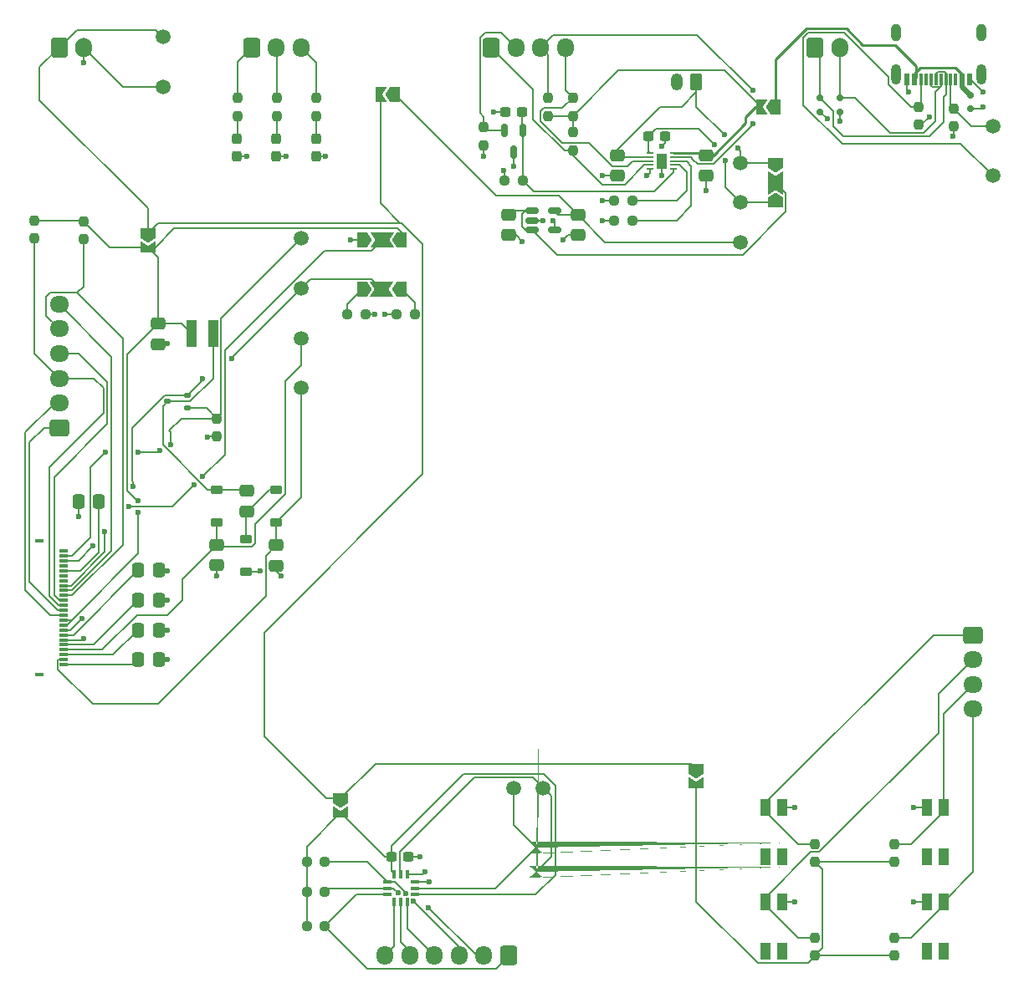
<source format=gtl>
G04 #@! TF.GenerationSoftware,KiCad,Pcbnew,8.0.2*
G04 #@! TF.CreationDate,2025-01-09T20:18:12-07:00*
G04 #@! TF.ProjectId,kicad,6b696361-642e-46b6-9963-61645f706362,3*
G04 #@! TF.SameCoordinates,Original*
G04 #@! TF.FileFunction,Copper,L1,Top*
G04 #@! TF.FilePolarity,Positive*
%FSLAX46Y46*%
G04 Gerber Fmt 4.6, Leading zero omitted, Abs format (unit mm)*
G04 Created by KiCad (PCBNEW 8.0.2) date 2025-01-09 20:18:12*
%MOMM*%
%LPD*%
G01*
G04 APERTURE LIST*
G04 Aperture macros list*
%AMRoundRect*
0 Rectangle with rounded corners*
0 $1 Rounding radius*
0 $2 $3 $4 $5 $6 $7 $8 $9 X,Y pos of 4 corners*
0 Add a 4 corners polygon primitive as box body*
4,1,4,$2,$3,$4,$5,$6,$7,$8,$9,$2,$3,0*
0 Add four circle primitives for the rounded corners*
1,1,$1+$1,$2,$3*
1,1,$1+$1,$4,$5*
1,1,$1+$1,$6,$7*
1,1,$1+$1,$8,$9*
0 Add four rect primitives between the rounded corners*
20,1,$1+$1,$2,$3,$4,$5,0*
20,1,$1+$1,$4,$5,$6,$7,0*
20,1,$1+$1,$6,$7,$8,$9,0*
20,1,$1+$1,$8,$9,$2,$3,0*%
%AMFreePoly0*
4,1,6,1.000000,0.000000,0.500000,-0.750000,-0.500000,-0.750000,-0.500000,0.750000,0.500000,0.750000,1.000000,0.000000,1.000000,0.000000,$1*%
%AMFreePoly1*
4,1,7,0.700000,0.000000,1.200000,-0.750000,-1.200000,-0.750000,-0.700000,0.000000,-1.200000,0.750000,1.200000,0.750000,0.700000,0.000000,0.700000,0.000000,$1*%
%AMFreePoly2*
4,1,6,0.500000,-0.750000,-0.650000,-0.750000,-0.150000,0.000000,-0.650000,0.750000,0.500000,0.750000,0.500000,-0.750000,0.500000,-0.750000,$1*%
%AMFreePoly3*
4,1,165,-0.066464,0.578536,-0.065000,0.575000,-0.065000,0.507308,-0.064050,0.499707,-0.063050,0.492707,-0.063039,0.492620,-0.062077,0.484926,-0.060170,0.477297,-0.058247,0.470567,-0.055358,0.462862,-0.052404,0.455970,-0.049515,0.449229,-0.045659,0.442481,-0.041877,0.435862,-0.037159,0.430201,-0.036840,0.429774,-0.033116,0.424188,-0.027464,0.418536,-0.027159,0.418201,-0.022449,0.412550,
-0.016799,0.407841,-0.016464,0.407536,-0.010812,0.401884,-0.005226,0.398160,-0.004799,0.397841,0.000862,0.393122,0.007481,0.389341,0.014229,0.385485,0.020970,0.382596,0.027862,0.379642,0.035567,0.376752,0.042297,0.374830,0.049926,0.372922,0.057620,0.371961,0.057707,0.371950,0.064700,0.370951,0.072308,0.370000,0.137692,0.370000,0.145300,0.370951,0.152293,0.371950,
0.152380,0.371961,0.160074,0.372922,0.167703,0.374830,0.174432,0.376752,0.182137,0.379642,0.189030,0.382596,0.195771,0.385485,0.202519,0.389341,0.209137,0.393122,0.214799,0.397841,0.215226,0.398160,0.220812,0.401884,0.226464,0.407536,0.226799,0.407841,0.232449,0.412550,0.237159,0.418201,0.237464,0.418536,0.243116,0.424188,0.246840,0.429774,0.247159,0.430201,
0.251877,0.435862,0.255659,0.442481,0.259515,0.449229,0.262404,0.455970,0.265358,0.462862,0.268247,0.470567,0.270170,0.477297,0.272077,0.484926,0.273039,0.492620,0.273050,0.492707,0.274050,0.499707,0.275000,0.507308,0.275000,0.575000,0.276464,0.578536,0.280000,0.580000,1.220000,0.580000,1.223536,0.578536,1.225000,0.575000,1.225000,-0.575000,1.223536,-0.578536,
1.220000,-0.580000,0.280000,-0.580000,0.276464,-0.578536,0.275000,-0.575000,0.275000,-0.507308,0.274050,-0.499707,0.273050,-0.492707,0.273039,-0.492620,0.272077,-0.484926,0.270170,-0.477297,0.268247,-0.470567,0.265358,-0.462862,0.262404,-0.455970,0.259515,-0.449229,0.255659,-0.442481,0.251877,-0.435862,0.247159,-0.430201,0.246840,-0.429774,0.243116,-0.424188,0.237464,-0.418536,
0.237159,-0.418201,0.232449,-0.412550,0.226799,-0.407841,0.226464,-0.407536,0.220812,-0.401884,0.215226,-0.398160,0.214799,-0.397841,0.209137,-0.393122,0.202519,-0.389341,0.195771,-0.385485,0.189030,-0.382596,0.182137,-0.379642,0.174432,-0.376752,0.167703,-0.374830,0.160074,-0.372922,0.152380,-0.371961,0.152293,-0.371950,0.145300,-0.370951,0.137692,-0.370000,0.072308,-0.370000,
0.064700,-0.370951,0.057707,-0.371950,0.057620,-0.371961,0.049926,-0.372922,0.042297,-0.374830,0.035567,-0.376752,0.027862,-0.379642,0.020970,-0.382596,0.014229,-0.385485,0.007481,-0.389341,0.000862,-0.393122,-0.004799,-0.397841,-0.005226,-0.398160,-0.010812,-0.401884,-0.016464,-0.407536,-0.016799,-0.407841,-0.022449,-0.412550,-0.027159,-0.418201,-0.027464,-0.418536,-0.033116,-0.424188,
-0.036840,-0.429774,-0.037159,-0.430201,-0.041877,-0.435862,-0.045659,-0.442481,-0.049515,-0.449229,-0.052404,-0.455970,-0.055358,-0.462862,-0.058247,-0.470567,-0.060170,-0.477297,-0.062077,-0.484926,-0.063039,-0.492620,-0.063050,-0.492707,-0.064050,-0.499707,-0.065000,-0.507308,-0.065000,-0.575000,-0.066464,-0.578536,-0.070000,-0.580000,-1.220000,-0.580000,-1.223536,-0.578536,-1.225000,-0.575000,
-1.225000,0.575000,-1.223536,0.578536,-1.220000,0.580000,-0.070000,0.580000,-0.066464,0.578536,-0.066464,0.578536,$1*%
G04 Aperture macros list end*
G04 #@! TA.AperFunction,SMDPad,CuDef*
%ADD10R,1.000000X1.800000*%
G04 #@! TD*
G04 #@! TA.AperFunction,SMDPad,CuDef*
%ADD11R,0.990600X2.692400*%
G04 #@! TD*
G04 #@! TA.AperFunction,SMDPad,CuDef*
%ADD12RoundRect,0.237500X0.237500X-0.287500X0.237500X0.287500X-0.237500X0.287500X-0.237500X-0.287500X0*%
G04 #@! TD*
G04 #@! TA.AperFunction,SMDPad,CuDef*
%ADD13C,1.500000*%
G04 #@! TD*
G04 #@! TA.AperFunction,SMDPad,CuDef*
%ADD14RoundRect,0.237500X0.250000X0.237500X-0.250000X0.237500X-0.250000X-0.237500X0.250000X-0.237500X0*%
G04 #@! TD*
G04 #@! TA.AperFunction,SMDPad,CuDef*
%ADD15RoundRect,0.150000X0.200000X-0.150000X0.200000X0.150000X-0.200000X0.150000X-0.200000X-0.150000X0*%
G04 #@! TD*
G04 #@! TA.AperFunction,SMDPad,CuDef*
%ADD16R,0.600000X1.150000*%
G04 #@! TD*
G04 #@! TA.AperFunction,SMDPad,CuDef*
%ADD17R,0.300000X1.150000*%
G04 #@! TD*
G04 #@! TA.AperFunction,ComponentPad*
%ADD18O,1.000000X2.100000*%
G04 #@! TD*
G04 #@! TA.AperFunction,ComponentPad*
%ADD19O,1.000000X1.800000*%
G04 #@! TD*
G04 #@! TA.AperFunction,SMDPad,CuDef*
%ADD20RoundRect,0.237500X-0.237500X0.250000X-0.237500X-0.250000X0.237500X-0.250000X0.237500X0.250000X0*%
G04 #@! TD*
G04 #@! TA.AperFunction,ComponentPad*
%ADD21RoundRect,0.250000X0.350000X0.625000X-0.350000X0.625000X-0.350000X-0.625000X0.350000X-0.625000X0*%
G04 #@! TD*
G04 #@! TA.AperFunction,ComponentPad*
%ADD22O,1.200000X1.750000*%
G04 #@! TD*
G04 #@! TA.AperFunction,SMDPad,CuDef*
%ADD23FreePoly0,90.000000*%
G04 #@! TD*
G04 #@! TA.AperFunction,SMDPad,CuDef*
%ADD24FreePoly1,90.000000*%
G04 #@! TD*
G04 #@! TA.AperFunction,SMDPad,CuDef*
%ADD25FreePoly0,270.000000*%
G04 #@! TD*
G04 #@! TA.AperFunction,SMDPad,CuDef*
%ADD26FreePoly2,270.000000*%
G04 #@! TD*
G04 #@! TA.AperFunction,SMDPad,CuDef*
%ADD27RoundRect,0.250000X-0.475000X0.337500X-0.475000X-0.337500X0.475000X-0.337500X0.475000X0.337500X0*%
G04 #@! TD*
G04 #@! TA.AperFunction,SMDPad,CuDef*
%ADD28RoundRect,0.225000X0.375000X-0.225000X0.375000X0.225000X-0.375000X0.225000X-0.375000X-0.225000X0*%
G04 #@! TD*
G04 #@! TA.AperFunction,SMDPad,CuDef*
%ADD29RoundRect,0.225000X-0.375000X0.225000X-0.375000X-0.225000X0.375000X-0.225000X0.375000X0.225000X0*%
G04 #@! TD*
G04 #@! TA.AperFunction,ComponentPad*
%ADD30RoundRect,0.250000X-0.600000X-0.725000X0.600000X-0.725000X0.600000X0.725000X-0.600000X0.725000X0*%
G04 #@! TD*
G04 #@! TA.AperFunction,ComponentPad*
%ADD31O,1.700000X1.950000*%
G04 #@! TD*
G04 #@! TA.AperFunction,SMDPad,CuDef*
%ADD32RoundRect,0.250000X0.337500X0.475000X-0.337500X0.475000X-0.337500X-0.475000X0.337500X-0.475000X0*%
G04 #@! TD*
G04 #@! TA.AperFunction,SMDPad,CuDef*
%ADD33FreePoly0,0.000000*%
G04 #@! TD*
G04 #@! TA.AperFunction,SMDPad,CuDef*
%ADD34FreePoly1,0.000000*%
G04 #@! TD*
G04 #@! TA.AperFunction,SMDPad,CuDef*
%ADD35FreePoly0,180.000000*%
G04 #@! TD*
G04 #@! TA.AperFunction,ComponentPad*
%ADD36RoundRect,0.250000X0.725000X-0.600000X0.725000X0.600000X-0.725000X0.600000X-0.725000X-0.600000X0*%
G04 #@! TD*
G04 #@! TA.AperFunction,ComponentPad*
%ADD37O,1.950000X1.700000*%
G04 #@! TD*
G04 #@! TA.AperFunction,ComponentPad*
%ADD38RoundRect,0.250000X-0.600000X-0.750000X0.600000X-0.750000X0.600000X0.750000X-0.600000X0.750000X0*%
G04 #@! TD*
G04 #@! TA.AperFunction,ComponentPad*
%ADD39O,1.700000X2.000000*%
G04 #@! TD*
G04 #@! TA.AperFunction,SMDPad,CuDef*
%ADD40RoundRect,0.237500X-0.250000X-0.237500X0.250000X-0.237500X0.250000X0.237500X-0.250000X0.237500X0*%
G04 #@! TD*
G04 #@! TA.AperFunction,SMDPad,CuDef*
%ADD41R,0.350000X0.950000*%
G04 #@! TD*
G04 #@! TA.AperFunction,SMDPad,CuDef*
%ADD42R,0.950000X0.350000*%
G04 #@! TD*
G04 #@! TA.AperFunction,SMDPad,CuDef*
%ADD43RoundRect,0.237500X0.237500X-0.250000X0.237500X0.250000X-0.237500X0.250000X-0.237500X-0.250000X0*%
G04 #@! TD*
G04 #@! TA.AperFunction,SMDPad,CuDef*
%ADD44RoundRect,0.150000X-0.512500X-0.150000X0.512500X-0.150000X0.512500X0.150000X-0.512500X0.150000X0*%
G04 #@! TD*
G04 #@! TA.AperFunction,SMDPad,CuDef*
%ADD45FreePoly2,180.000000*%
G04 #@! TD*
G04 #@! TA.AperFunction,ComponentPad*
%ADD46RoundRect,0.250000X0.600000X0.725000X-0.600000X0.725000X-0.600000X-0.725000X0.600000X-0.725000X0*%
G04 #@! TD*
G04 #@! TA.AperFunction,SMDPad,CuDef*
%ADD47FreePoly3,0.000000*%
G04 #@! TD*
G04 #@! TA.AperFunction,ComponentPad*
%ADD48RoundRect,0.250000X-0.725000X0.600000X-0.725000X-0.600000X0.725000X-0.600000X0.725000X0.600000X0*%
G04 #@! TD*
G04 #@! TA.AperFunction,SMDPad,CuDef*
%ADD49RoundRect,0.112500X0.237500X-0.112500X0.237500X0.112500X-0.237500X0.112500X-0.237500X-0.112500X0*%
G04 #@! TD*
G04 #@! TA.AperFunction,SMDPad,CuDef*
%ADD50RoundRect,0.250000X-0.337500X-0.475000X0.337500X-0.475000X0.337500X0.475000X-0.337500X0.475000X0*%
G04 #@! TD*
G04 #@! TA.AperFunction,SMDPad,CuDef*
%ADD51RoundRect,0.250000X0.475000X-0.337500X0.475000X0.337500X-0.475000X0.337500X-0.475000X-0.337500X0*%
G04 #@! TD*
G04 #@! TA.AperFunction,SMDPad,CuDef*
%ADD52RoundRect,0.237500X-0.300000X-0.237500X0.300000X-0.237500X0.300000X0.237500X-0.300000X0.237500X0*%
G04 #@! TD*
G04 #@! TA.AperFunction,SMDPad,CuDef*
%ADD53R,0.762000X0.203200*%
G04 #@! TD*
G04 #@! TA.AperFunction,SMDPad,CuDef*
%ADD54R,0.990600X1.600200*%
G04 #@! TD*
G04 #@! TA.AperFunction,SMDPad,CuDef*
%ADD55R,0.812800X0.330200*%
G04 #@! TD*
G04 #@! TA.AperFunction,SMDPad,CuDef*
%ADD56R,0.812800X0.406400*%
G04 #@! TD*
G04 #@! TA.AperFunction,SMDPad,CuDef*
%ADD57RoundRect,0.150000X-0.150000X0.512500X-0.150000X-0.512500X0.150000X-0.512500X0.150000X0.512500X0*%
G04 #@! TD*
G04 #@! TA.AperFunction,SMDPad,CuDef*
%ADD58RoundRect,0.237500X0.300000X0.237500X-0.300000X0.237500X-0.300000X-0.237500X0.300000X-0.237500X0*%
G04 #@! TD*
G04 #@! TA.AperFunction,ViaPad*
%ADD59C,0.600000*%
G04 #@! TD*
G04 #@! TA.AperFunction,Conductor*
%ADD60C,0.200000*%
G04 #@! TD*
G04 #@! TA.AperFunction,Conductor*
%ADD61C,0.250000*%
G04 #@! TD*
G04 #@! TA.AperFunction,Conductor*
%ADD62C,0.500000*%
G04 #@! TD*
G04 APERTURE END LIST*
D10*
X184800000Y-142500000D03*
X184800000Y-137500000D03*
X186500000Y-142500000D03*
X186500000Y-137500000D03*
D11*
X112592200Y-80000000D03*
X110407800Y-80000000D03*
D12*
X115000000Y-62000000D03*
X115000000Y-60250000D03*
D13*
X191500000Y-64000000D03*
D14*
X155000000Y-68500000D03*
X153175000Y-68500000D03*
D15*
X189250000Y-55800000D03*
X189250000Y-57200000D03*
D16*
X189200000Y-54255000D03*
X188400000Y-54255000D03*
D17*
X187250000Y-54255000D03*
X186250000Y-54255000D03*
X185750000Y-54255000D03*
X184750000Y-54255000D03*
D16*
X183600000Y-54255000D03*
X182800000Y-54255000D03*
X182800000Y-54255000D03*
X183600000Y-54255000D03*
D17*
X184250000Y-54255000D03*
X185250000Y-54255000D03*
X186750000Y-54255000D03*
X187750000Y-54255000D03*
D16*
X188400000Y-54255000D03*
X189200000Y-54255000D03*
D18*
X190320000Y-53680000D03*
D19*
X190320000Y-49500000D03*
D18*
X181680000Y-53680000D03*
D19*
X181680000Y-49500000D03*
D20*
X119040000Y-56087500D03*
X119040000Y-57912500D03*
X140000000Y-59087500D03*
X140000000Y-60912500D03*
D21*
X161500000Y-54500000D03*
D22*
X159500000Y-54500000D03*
D23*
X169500000Y-66700000D03*
D24*
X169500000Y-64700000D03*
D25*
X169500000Y-62700000D03*
D13*
X121500000Y-85500000D03*
D25*
X125500000Y-127050000D03*
D26*
X125500000Y-128500000D03*
D15*
X174000000Y-56100000D03*
X174000000Y-57500000D03*
D12*
X123000000Y-62000000D03*
X123000000Y-60250000D03*
D27*
X107000000Y-78962500D03*
X107000000Y-81037500D03*
D28*
X113000000Y-99075000D03*
X113000000Y-95775000D03*
D20*
X94500000Y-68500000D03*
X94500000Y-70325000D03*
X184000000Y-57000000D03*
X184000000Y-58825000D03*
D29*
X119000000Y-95775000D03*
X119000000Y-99075000D03*
D30*
X116500000Y-51000000D03*
D31*
X119000000Y-51000000D03*
X121500000Y-51000000D03*
D32*
X107075000Y-113000000D03*
X105000000Y-113000000D03*
D14*
X133000000Y-78000000D03*
X131175000Y-78000000D03*
D32*
X107075000Y-106980000D03*
X105000000Y-106980000D03*
D33*
X127700000Y-70500000D03*
D34*
X129700000Y-70500000D03*
D35*
X131700000Y-70500000D03*
D13*
X146000000Y-126000000D03*
D20*
X187510000Y-57175000D03*
X187510000Y-59000000D03*
D27*
X149500000Y-67925000D03*
X149500000Y-70000000D03*
D13*
X107500000Y-55000000D03*
D32*
X107075000Y-109990000D03*
X105000000Y-109990000D03*
D36*
X97000000Y-89500000D03*
D37*
X97000000Y-87000000D03*
X97000000Y-84500000D03*
X97000000Y-82000000D03*
X97000000Y-79500000D03*
X97000000Y-77000000D03*
D38*
X97000000Y-51000000D03*
D39*
X99500000Y-51000000D03*
D13*
X166000000Y-66700000D03*
X107500000Y-49950000D03*
X166000000Y-70700000D03*
X191500000Y-59000000D03*
X166000000Y-62700000D03*
D40*
X122087500Y-133500000D03*
X123912500Y-133500000D03*
D14*
X155000000Y-66490000D03*
X153175000Y-66490000D03*
D41*
X130950000Y-137550000D03*
X131600000Y-137550000D03*
X132250000Y-137550000D03*
D42*
X133000000Y-136800000D03*
X133000000Y-136150000D03*
X133000000Y-135500000D03*
D41*
X132250000Y-134750000D03*
X131600000Y-134750000D03*
X130950000Y-134750000D03*
D42*
X130200000Y-135500000D03*
X130200000Y-136150000D03*
X130200000Y-136800000D03*
D43*
X173500000Y-143000000D03*
X173500000Y-141175000D03*
D27*
X142500000Y-67925000D03*
X142500000Y-70000000D03*
D38*
X173500000Y-50975000D03*
D39*
X176000000Y-50975000D03*
D43*
X181500000Y-143000000D03*
X181500000Y-141175000D03*
D44*
X144862500Y-67550000D03*
X144862500Y-68500000D03*
X144862500Y-69450000D03*
X147137500Y-69450000D03*
X147137500Y-67550000D03*
D43*
X146490000Y-57912500D03*
X146490000Y-56087500D03*
D20*
X99500000Y-68587500D03*
X99500000Y-70412500D03*
D13*
X121500000Y-75400000D03*
D35*
X131000000Y-55750000D03*
D45*
X129550000Y-55750000D03*
D13*
X143000000Y-126000000D03*
D46*
X142500000Y-143000000D03*
D31*
X140000000Y-143000000D03*
X137500000Y-143000000D03*
X135000000Y-143000000D03*
X132500000Y-143000000D03*
X130000000Y-143000000D03*
D33*
X127675000Y-75500000D03*
D34*
X129675000Y-75500000D03*
D35*
X131675000Y-75500000D03*
D40*
X122087500Y-140000000D03*
X123912500Y-140000000D03*
D28*
X115925000Y-104075000D03*
X115925000Y-100775000D03*
D47*
X145290000Y-132000000D03*
D10*
X184800000Y-133000000D03*
X184800000Y-128000000D03*
X186500000Y-133000000D03*
X186500000Y-128000000D03*
D27*
X116000000Y-95925000D03*
X116000000Y-98000000D03*
D48*
X189500000Y-110500000D03*
D37*
X189500000Y-113000000D03*
X189500000Y-115500000D03*
X189500000Y-118000000D03*
D20*
X123040000Y-56087500D03*
X123040000Y-57912500D03*
D49*
X110000000Y-87500000D03*
X110000000Y-86200000D03*
X108000000Y-86850000D03*
D43*
X181500000Y-133500000D03*
X181500000Y-131675000D03*
D50*
X98962500Y-97000000D03*
X101037500Y-97000000D03*
D51*
X119000000Y-103500000D03*
X119000000Y-101425000D03*
D13*
X121500000Y-80450000D03*
D10*
X170200000Y-128000000D03*
X170200000Y-133000000D03*
X168500000Y-128000000D03*
X168500000Y-133000000D03*
D35*
X169500000Y-57000000D03*
D45*
X168050000Y-57000000D03*
D43*
X149000000Y-57912500D03*
X149000000Y-56087500D03*
D52*
X156637500Y-60000000D03*
X158362500Y-60000000D03*
D25*
X161500000Y-124050000D03*
D26*
X161500000Y-125500000D03*
D30*
X140750000Y-50975000D03*
D31*
X143250000Y-50975000D03*
X145750000Y-50975000D03*
X148250000Y-50975000D03*
D53*
X156818900Y-61699900D03*
X156818900Y-62099950D03*
X156818900Y-62500000D03*
X156818900Y-62900050D03*
X156818900Y-63300100D03*
X159181100Y-63300100D03*
X159181100Y-62900050D03*
X159181100Y-62500000D03*
X159181100Y-62099950D03*
X159181100Y-61699900D03*
D54*
X158000000Y-62500000D03*
D10*
X170200000Y-137500000D03*
X170200000Y-142500000D03*
X168500000Y-137500000D03*
X168500000Y-142500000D03*
D43*
X173500000Y-133500000D03*
X173500000Y-131675000D03*
D20*
X149000000Y-59587500D03*
X149000000Y-61412500D03*
D52*
X130637500Y-133000000D03*
X132362500Y-133000000D03*
D47*
X145290000Y-134500000D03*
D15*
X176000000Y-56100000D03*
X176000000Y-57500000D03*
D13*
X121500000Y-70350000D03*
D20*
X115040000Y-56087500D03*
X115040000Y-57912500D03*
D27*
X153500000Y-61925000D03*
X153500000Y-64000000D03*
D40*
X122087500Y-136500000D03*
X123912500Y-136500000D03*
X126175000Y-78000000D03*
X128000000Y-78000000D03*
D55*
X97500000Y-101999998D03*
X97500000Y-102499999D03*
X97500000Y-102999998D03*
X97500000Y-103500000D03*
X97500000Y-103999999D03*
X97500000Y-104499998D03*
X97500000Y-104999999D03*
X97500000Y-105499998D03*
X97500000Y-106000000D03*
X97500000Y-106499999D03*
X97500000Y-106999998D03*
X97500000Y-107499999D03*
X97500000Y-107999999D03*
X97500000Y-108500000D03*
X97500000Y-108999999D03*
X97500000Y-109499998D03*
X97500000Y-110000000D03*
X97500000Y-110499999D03*
X97500000Y-111000000D03*
X97500000Y-111499999D03*
X97500000Y-111999998D03*
X97500000Y-112500000D03*
X97500000Y-112999999D03*
X97500000Y-113499998D03*
D56*
X95000000Y-101000000D03*
X95000000Y-114499998D03*
D57*
X143950000Y-59362500D03*
X142050000Y-59362500D03*
X143000000Y-61637500D03*
D12*
X119000000Y-62000000D03*
X119000000Y-60250000D03*
D43*
X113000000Y-90412500D03*
X113000000Y-88587500D03*
D25*
X106000000Y-69775000D03*
D26*
X106000000Y-71225000D03*
D32*
X107075000Y-103970000D03*
X105000000Y-103970000D03*
D58*
X143862500Y-57500000D03*
X142137500Y-57500000D03*
D27*
X162500000Y-61925000D03*
X162500000Y-64000000D03*
D51*
X113000000Y-103462500D03*
X113000000Y-101387500D03*
D14*
X143912500Y-64500000D03*
X142087500Y-64500000D03*
D59*
X187500000Y-60000000D03*
X142000000Y-63500000D03*
X148000000Y-70500000D03*
X171500000Y-137500000D03*
X108000000Y-107000000D03*
X99000000Y-98500000D03*
X185056947Y-58045804D03*
X143880459Y-70619541D03*
X129000000Y-78000000D03*
X158000000Y-61000000D03*
X152000000Y-64000000D03*
X141000000Y-57500000D03*
X120000000Y-62000000D03*
X152000000Y-68500000D03*
X108000000Y-113000000D03*
X108000000Y-81000000D03*
X112000000Y-90500000D03*
X124000000Y-62000000D03*
X190500000Y-57000000D03*
X113000000Y-104500000D03*
X183500000Y-137500000D03*
X99500000Y-110899999D03*
X99500000Y-52500000D03*
X133500000Y-133000000D03*
X156500000Y-64000000D03*
X116000000Y-62000000D03*
X140000000Y-62000000D03*
X119500000Y-104500000D03*
X147000000Y-68500000D03*
X108000000Y-104000000D03*
X146000000Y-68500000D03*
X152000000Y-66500000D03*
X134000000Y-134500000D03*
X126500000Y-70500000D03*
X117375000Y-104000000D03*
X171500000Y-128000000D03*
X176000000Y-58500000D03*
X99310735Y-108810735D03*
X174750001Y-58250000D03*
X143000000Y-63000000D03*
X183500000Y-128000000D03*
X183000000Y-55500000D03*
X108000000Y-110000000D03*
X190500000Y-55500000D03*
X162500000Y-65500000D03*
X158000000Y-64000000D03*
X130000000Y-78000000D03*
X134500000Y-135500000D03*
X165685387Y-61185387D03*
X164350735Y-59850735D03*
X105000000Y-98100000D03*
X105000000Y-96900000D03*
X105000000Y-92000000D03*
X108309264Y-91190733D03*
X101700000Y-92000000D03*
X107210735Y-91789263D03*
X111559265Y-94440735D03*
X101637500Y-100000000D03*
X110710736Y-95289264D03*
X104100000Y-97500000D03*
X114500000Y-82500000D03*
X111500000Y-84500000D03*
X100437500Y-101500000D03*
X104500000Y-95500000D03*
X134377274Y-138122726D03*
X131298088Y-136646617D03*
X132124998Y-136674998D03*
X132838349Y-137432330D03*
X167199265Y-55300735D03*
X167199265Y-58699265D03*
X164435387Y-62435386D03*
X163350735Y-60850735D03*
D60*
X170200000Y-128000000D02*
X171500000Y-128000000D01*
X187510000Y-59000000D02*
X187510000Y-59990000D01*
X98962500Y-97000000D02*
X98962500Y-98462500D01*
X107075000Y-106980000D02*
X107980000Y-106980000D01*
X132362500Y-133000000D02*
X133500000Y-133000000D01*
X182800000Y-54255000D02*
X182800000Y-55300000D01*
X142500000Y-70000000D02*
X143260918Y-70000000D01*
X149500000Y-70000000D02*
X148500000Y-70000000D01*
X142137500Y-57500000D02*
X141000000Y-57500000D01*
X184277751Y-58825000D02*
X185056947Y-58045804D01*
X189250000Y-57200000D02*
X190300000Y-57200000D01*
X158362500Y-60637500D02*
X158000000Y-61000000D01*
X107970000Y-103970000D02*
X108000000Y-104000000D01*
X103500000Y-55000000D02*
X99500000Y-51000000D01*
X107075000Y-113000000D02*
X108000000Y-113000000D01*
X143260918Y-70000000D02*
X143880459Y-70619541D01*
X187510000Y-59990000D02*
X187500000Y-60000000D01*
X133750000Y-134750000D02*
X134000000Y-134500000D01*
X142087500Y-64500000D02*
X142087500Y-63587500D01*
X97590014Y-111000000D02*
X99399999Y-111000000D01*
X184000000Y-58825000D02*
X184277751Y-58825000D01*
X133000000Y-135500000D02*
X134500000Y-135500000D01*
X131175000Y-78000000D02*
X130000000Y-78000000D01*
X174000001Y-57500000D02*
X174750001Y-58250000D01*
X156818900Y-63300100D02*
X156818900Y-63681100D01*
X107962500Y-81037500D02*
X108000000Y-81000000D01*
X148500000Y-70000000D02*
X148000000Y-70500000D01*
X162500000Y-64000000D02*
X162500000Y-65500000D01*
X119000000Y-104000000D02*
X119500000Y-104500000D01*
X98121470Y-110000000D02*
X99310735Y-108810735D01*
X174000000Y-57500000D02*
X174000001Y-57500000D01*
X99399999Y-111000000D02*
X99500000Y-110899999D01*
X127700000Y-70500000D02*
X126500000Y-70500000D01*
X140000000Y-60912500D02*
X140000000Y-62000000D01*
X176000000Y-57500000D02*
X176000000Y-58500000D01*
X113000000Y-103462500D02*
X113000000Y-104500000D01*
X143000000Y-61637500D02*
X143000000Y-63000000D01*
X107075000Y-109990000D02*
X107990000Y-109990000D01*
X182800000Y-55300000D02*
X183000000Y-55500000D01*
X147137500Y-69450000D02*
X147137500Y-68637500D01*
X107500000Y-55000000D02*
X103500000Y-55000000D01*
X107980000Y-106980000D02*
X108000000Y-107000000D01*
X147137500Y-68637500D02*
X147000000Y-68500000D01*
X117300000Y-104075000D02*
X117375000Y-104000000D01*
X97590014Y-110000000D02*
X98121470Y-110000000D01*
X152010000Y-66490000D02*
X152000000Y-66500000D01*
X170200000Y-137500000D02*
X171500000Y-137500000D01*
X132250000Y-134750000D02*
X133750000Y-134750000D01*
X99500000Y-51000000D02*
X99500000Y-52500000D01*
X158362500Y-60000000D02*
X158362500Y-60637500D01*
X113000000Y-90412500D02*
X112087500Y-90412500D01*
X184800000Y-128000000D02*
X183500000Y-128000000D01*
X107990000Y-109990000D02*
X108000000Y-110000000D01*
X153500000Y-64000000D02*
X152000000Y-64000000D01*
X153175000Y-68500000D02*
X152000000Y-68500000D01*
X156818900Y-63681100D02*
X156500000Y-64000000D01*
X190300000Y-57200000D02*
X190500000Y-57000000D01*
X144862500Y-68500000D02*
X146000000Y-68500000D01*
X189255000Y-54255000D02*
X190500000Y-55500000D01*
X123000000Y-62000000D02*
X124000000Y-62000000D01*
X119000000Y-62000000D02*
X120000000Y-62000000D01*
X119000000Y-103500000D02*
X119000000Y-104000000D01*
X189200000Y-54255000D02*
X189255000Y-54255000D01*
X107075000Y-103970000D02*
X107970000Y-103970000D01*
X112087500Y-90412500D02*
X112000000Y-90500000D01*
X153175000Y-66490000D02*
X152010000Y-66490000D01*
X98962500Y-98462500D02*
X99000000Y-98500000D01*
X158000000Y-62500000D02*
X158000000Y-64000000D01*
X128000000Y-78000000D02*
X129000000Y-78000000D01*
X184800000Y-137500000D02*
X183500000Y-137500000D01*
X107000000Y-81037500D02*
X107962500Y-81037500D01*
X115000000Y-62000000D02*
X116000000Y-62000000D01*
X142087500Y-63587500D02*
X142000000Y-63500000D01*
X115925000Y-104075000D02*
X117300000Y-104075000D01*
D61*
X166500000Y-58650000D02*
X166500000Y-58000000D01*
X162500000Y-61925000D02*
X163225000Y-61925000D01*
X167500000Y-57000000D02*
X168050000Y-57000000D01*
D60*
X153587500Y-53325000D02*
X164375000Y-53325000D01*
X146490000Y-57912500D02*
X149000000Y-57912500D01*
X149000000Y-57912500D02*
X149000000Y-59587500D01*
X149000000Y-57912500D02*
X153587500Y-53325000D01*
D61*
X162500000Y-61925000D02*
X162249950Y-61674950D01*
X166500000Y-58000000D02*
X167500000Y-57000000D01*
X162249950Y-61674950D02*
X159181100Y-61674950D01*
X163225000Y-61925000D02*
X166500000Y-58650000D01*
D60*
X164375000Y-53325000D02*
X168050000Y-57000000D01*
X153674950Y-62099950D02*
X156818900Y-62099950D01*
X157837500Y-57000000D02*
X160000000Y-57000000D01*
X161500000Y-57000000D02*
X161500000Y-54500000D01*
X153500000Y-61925000D02*
X153674950Y-62099950D01*
X161500000Y-55500000D02*
X161500000Y-54500000D01*
X153500000Y-61337500D02*
X157837500Y-57000000D01*
X166000000Y-62700000D02*
X166000000Y-61500000D01*
X160000000Y-57000000D02*
X161500000Y-55500000D01*
X164350735Y-59850735D02*
X161500000Y-57000000D01*
X153500000Y-61925000D02*
X153500000Y-61337500D01*
X166000000Y-61500000D02*
X165685387Y-61185387D01*
X166000000Y-62700000D02*
X169500000Y-62700000D01*
X147412500Y-72000000D02*
X144862500Y-69450000D01*
X169500000Y-64700000D02*
X170555000Y-65755000D01*
X142875000Y-67550000D02*
X144862500Y-67550000D01*
X170555000Y-67629925D02*
X166184925Y-72000000D01*
X143900000Y-67850001D02*
X143900000Y-69149999D01*
X144200001Y-67550000D02*
X143900000Y-67850001D01*
X144862500Y-67550000D02*
X144200001Y-67550000D01*
X143900000Y-69149999D02*
X144200001Y-69450000D01*
X142500000Y-67925000D02*
X142875000Y-67550000D01*
X170555000Y-65755000D02*
X170555000Y-67629925D01*
X144200001Y-69450000D02*
X144862500Y-69450000D01*
X166184925Y-72000000D02*
X147412500Y-72000000D01*
X147512500Y-67925000D02*
X147137500Y-67550000D01*
X152275000Y-70700000D02*
X149500000Y-67925000D01*
X149500000Y-67925000D02*
X147512500Y-67925000D01*
X131000000Y-55750000D02*
X141250000Y-66000000D01*
X166000000Y-70700000D02*
X152275000Y-70700000D01*
X147575000Y-66000000D02*
X149500000Y-67925000D01*
X141250000Y-66000000D02*
X147575000Y-66000000D01*
X103900000Y-82062500D02*
X107000000Y-78962500D01*
X105000000Y-96900000D02*
X104900000Y-96900000D01*
X105000000Y-102272941D02*
X105000000Y-98100000D01*
X109370300Y-78962500D02*
X110407800Y-80000000D01*
X98272943Y-108999999D02*
X98636471Y-108636471D01*
X97590014Y-109499998D02*
X97772943Y-109499998D01*
X131700000Y-70500000D02*
X131700000Y-69745000D01*
X97772943Y-109499998D02*
X98636471Y-108636471D01*
X94500000Y-68500000D02*
X99412500Y-68500000D01*
X131700000Y-69745000D02*
X131255000Y-69300000D01*
X106755000Y-71225000D02*
X106000000Y-71225000D01*
X97590014Y-108999999D02*
X98272943Y-108999999D01*
X103900000Y-95900000D02*
X103900000Y-82062500D01*
X131255000Y-69300000D02*
X108680000Y-69300000D01*
X107000000Y-72225000D02*
X106000000Y-71225000D01*
X99500000Y-68587500D02*
X102137500Y-71225000D01*
X99412500Y-68500000D02*
X99500000Y-68587500D01*
X98636471Y-108636471D02*
X105000000Y-102272941D01*
X107000000Y-78962500D02*
X107000000Y-72225000D01*
X108680000Y-69300000D02*
X106755000Y-71225000D01*
X107000000Y-78962500D02*
X109370300Y-78962500D01*
X104900000Y-96900000D02*
X103900000Y-95900000D01*
X102137500Y-71225000D02*
X106000000Y-71225000D01*
X113137500Y-101525000D02*
X113000000Y-101387500D01*
X108000000Y-108500000D02*
X104892756Y-108500000D01*
X101392758Y-111999998D02*
X97590014Y-111999998D01*
X109500000Y-107000000D02*
X108000000Y-108500000D01*
X121500000Y-80450000D02*
X121500000Y-83166722D01*
X119900000Y-84766722D02*
X119900000Y-96223696D01*
X104892756Y-108500000D02*
X101392758Y-111999998D01*
X116825000Y-101223696D02*
X116523696Y-101525000D01*
X116523696Y-101525000D02*
X113137500Y-101525000D01*
X121500000Y-83166722D02*
X119900000Y-84766722D01*
X109500000Y-104887500D02*
X109500000Y-107000000D01*
X116825000Y-99298696D02*
X116825000Y-101223696D01*
X119900000Y-96223696D02*
X116825000Y-99298696D01*
X113000000Y-99075000D02*
X113000000Y-101387500D01*
X113000000Y-101387500D02*
X109500000Y-104887500D01*
X107500000Y-91229998D02*
X107500000Y-87350000D01*
X108000000Y-86850000D02*
X110286480Y-86850000D01*
X112045002Y-95775000D02*
X107500000Y-91229998D01*
X112592200Y-84544280D02*
X112592200Y-80000000D01*
X110286480Y-86850000D02*
X112592200Y-84544280D01*
X113000000Y-95775000D02*
X112045002Y-95775000D01*
X107500000Y-87350000D02*
X108000000Y-86850000D01*
X115850000Y-95775000D02*
X116000000Y-95925000D01*
X113000000Y-95775000D02*
X115850000Y-95775000D01*
X116000000Y-98000000D02*
X116075000Y-98000000D01*
X115925000Y-98075000D02*
X116000000Y-98000000D01*
X116075000Y-98000000D02*
X118300000Y-95775000D01*
X115925000Y-100775000D02*
X115925000Y-98075000D01*
X118300000Y-95775000D02*
X119000000Y-95775000D01*
X107000000Y-117500000D02*
X117975000Y-106525000D01*
X97590014Y-112999999D02*
X96970914Y-112999999D01*
X119000000Y-101425000D02*
X119000000Y-99075000D01*
X96970914Y-112999999D02*
X96870914Y-113099999D01*
X121500000Y-96575000D02*
X119000000Y-99075000D01*
X100393116Y-117500000D02*
X107000000Y-117500000D01*
X117975000Y-102450000D02*
X119000000Y-101425000D01*
X96870914Y-113977798D02*
X100393116Y-117500000D01*
X117975000Y-106525000D02*
X117975000Y-102450000D01*
X96870914Y-113099999D02*
X96870914Y-113977798D01*
X121500000Y-85500000D02*
X121500000Y-96575000D01*
X105000000Y-103970000D02*
X98470001Y-110499999D01*
X98470001Y-110499999D02*
X97590014Y-110499999D01*
X100480001Y-111499999D02*
X97590014Y-111499999D01*
X105000000Y-106980000D02*
X100480001Y-111499999D01*
X102490000Y-112500000D02*
X97590014Y-112500000D01*
X105000000Y-109990000D02*
X102490000Y-112500000D01*
X105000000Y-113000000D02*
X104500002Y-113499998D01*
X104500002Y-113499998D02*
X97590014Y-113499998D01*
X101037500Y-97000000D02*
X101037500Y-102118040D01*
X99155541Y-103999999D02*
X97590014Y-103999999D01*
X101037500Y-102118040D02*
X99155541Y-103999999D01*
X147225000Y-125740075D02*
X146034925Y-124550000D01*
X122087500Y-131912500D02*
X125500000Y-128500000D01*
X130637500Y-133000000D02*
X130637500Y-134437500D01*
X130637500Y-134437500D02*
X130950000Y-134750000D01*
X122087500Y-140000000D02*
X122087500Y-131912500D01*
X130000000Y-133000000D02*
X125500000Y-128500000D01*
X145229938Y-136800000D02*
X147225000Y-134804938D01*
X130637500Y-131862500D02*
X130637500Y-133000000D01*
X130637500Y-133000000D02*
X130000000Y-133000000D01*
X133000000Y-136800000D02*
X145229938Y-136800000D01*
X146034925Y-124550000D02*
X137950000Y-124550000D01*
X122087500Y-140000000D02*
X122087500Y-136500000D01*
X147225000Y-134804938D02*
X147225000Y-125740075D01*
X122087500Y-140000000D02*
X122087500Y-133500000D01*
X137950000Y-124550000D02*
X130637500Y-131862500D01*
X115040000Y-57912500D02*
X115040000Y-60210000D01*
X115040000Y-60210000D02*
X115000000Y-60250000D01*
X119040000Y-57912500D02*
X119040000Y-60210000D01*
X119040000Y-60210000D02*
X119000000Y-60250000D01*
X123040000Y-60210000D02*
X123000000Y-60250000D01*
X123040000Y-57912500D02*
X123040000Y-60210000D01*
D61*
X176676041Y-49075000D02*
X172664215Y-49075000D01*
X183760000Y-52910761D02*
X181599239Y-50750000D01*
X183600000Y-54255000D02*
X183760000Y-54095000D01*
X188400000Y-53730000D02*
X188400000Y-54255000D01*
X169500000Y-52239215D02*
X169500000Y-57000000D01*
X178351041Y-50750000D02*
X176676041Y-49075000D01*
X183600000Y-53650000D02*
X184195000Y-53055000D01*
X172664215Y-49075000D02*
X169500000Y-52239215D01*
X183600000Y-54255000D02*
X183600000Y-53650000D01*
D62*
X188400000Y-54950000D02*
X188400000Y-54255000D01*
D61*
X184195000Y-53055000D02*
X187725000Y-53055000D01*
X183760000Y-54095000D02*
X183760000Y-52910761D01*
X187725000Y-53055000D02*
X188400000Y-53730000D01*
X181599239Y-50750000D02*
X178351041Y-50750000D01*
D62*
X189250000Y-55800000D02*
X188400000Y-54950000D01*
D60*
X185400000Y-55030000D02*
X186100000Y-55030000D01*
X185656947Y-55473053D02*
X185656947Y-58422275D01*
X185656947Y-58422275D02*
X184466722Y-59612500D01*
X176000000Y-50975000D02*
X176000000Y-56100000D01*
X186250000Y-54880000D02*
X186250000Y-54255000D01*
X185250000Y-54880000D02*
X185400000Y-55030000D01*
X181112500Y-59612500D02*
X177600000Y-56100000D01*
X186100000Y-55030000D02*
X186250000Y-54880000D01*
X185250000Y-54255000D02*
X185250000Y-54880000D01*
X184466722Y-59612500D02*
X181112500Y-59612500D01*
X186250000Y-54880000D02*
X185656947Y-55473053D01*
X177600000Y-56100000D02*
X176000000Y-56100000D01*
X175350000Y-57450000D02*
X175350000Y-58950000D01*
X186500000Y-58565686D02*
X186500000Y-56000000D01*
X186500000Y-56000000D02*
X186750000Y-55750000D01*
X186750000Y-55750000D02*
X186750000Y-54255000D01*
X185750000Y-53630000D02*
X185900000Y-53480000D01*
X174000000Y-56100000D02*
X174000000Y-51475000D01*
X174000000Y-51475000D02*
X173500000Y-50975000D01*
X174000000Y-56100000D02*
X175350000Y-57450000D01*
X186600000Y-53480000D02*
X186750000Y-53630000D01*
X185053186Y-60012500D02*
X186500000Y-58565686D01*
X185900000Y-53480000D02*
X186600000Y-53480000D01*
X185750000Y-54255000D02*
X185750000Y-53630000D01*
X175350000Y-58950000D02*
X176412500Y-60012500D01*
X186750000Y-53630000D02*
X186750000Y-54255000D01*
X176412500Y-60012500D02*
X185053186Y-60012500D01*
X93600000Y-106000000D02*
X93600000Y-90000000D01*
X93600000Y-90000000D02*
X96600000Y-87000000D01*
X96600000Y-87000000D02*
X97000000Y-87000000D01*
X97590014Y-108500000D02*
X96100000Y-108500000D01*
X96100000Y-108500000D02*
X93600000Y-106000000D01*
X97590014Y-106000000D02*
X98286912Y-106000000D01*
X102300000Y-101986912D02*
X102300000Y-82300000D01*
X98286912Y-106000000D02*
X102300000Y-101986912D01*
X102300000Y-82300000D02*
X97000000Y-77000000D01*
X98850000Y-75850000D02*
X96150000Y-75850000D01*
X99500000Y-75200000D02*
X98850000Y-75850000D01*
X96150000Y-75850000D02*
X95725000Y-76275000D01*
X98352599Y-106499999D02*
X103500000Y-101352598D01*
X103500000Y-80500000D02*
X98850000Y-75850000D01*
X99500000Y-70412500D02*
X99500000Y-75200000D01*
X95725000Y-76275000D02*
X95725000Y-78225000D01*
X95725000Y-78225000D02*
X97000000Y-79500000D01*
X103500000Y-101352598D02*
X103500000Y-80500000D01*
X97590014Y-106499999D02*
X98352599Y-106499999D01*
X113000000Y-88587500D02*
X109392500Y-88587500D01*
X105000000Y-92000000D02*
X106999998Y-92000000D01*
X109392500Y-88587500D02*
X108150000Y-89830000D01*
X97590014Y-102499999D02*
X98286913Y-102499999D01*
X106999998Y-92000000D02*
X107210735Y-91789263D01*
X113387500Y-78462500D02*
X121500000Y-70350000D01*
X113000000Y-88587500D02*
X113387500Y-88200000D01*
X100150000Y-93550000D02*
X101700000Y-92000000D01*
X98286913Y-102499999D02*
X100150000Y-100636912D01*
X108309264Y-91190733D02*
X108309264Y-89989264D01*
X100150000Y-100636912D02*
X100150000Y-93550000D01*
X108309264Y-89989264D02*
X108150000Y-89830000D01*
X113387500Y-88200000D02*
X113387500Y-78462500D01*
X110000000Y-87500000D02*
X111912500Y-87500000D01*
X111912500Y-87500000D02*
X113000000Y-88587500D01*
X101900000Y-84900000D02*
X99000000Y-82000000D01*
X97024485Y-106999998D02*
X96500000Y-106475513D01*
X96500000Y-106475513D02*
X96500000Y-94500000D01*
X99000000Y-82000000D02*
X97000000Y-82000000D01*
X96500000Y-94500000D02*
X101900000Y-89100000D01*
X97590014Y-106999998D02*
X97024485Y-106999998D01*
X101900000Y-89100000D02*
X101900000Y-84900000D01*
X94000000Y-91000000D02*
X95500000Y-89500000D01*
X94000000Y-105106885D02*
X94000000Y-91000000D01*
X96893114Y-107999999D02*
X94000000Y-105106885D01*
X97590014Y-107999999D02*
X96893114Y-107999999D01*
X95500000Y-89500000D02*
X97000000Y-89500000D01*
X101637500Y-102083726D02*
X101637500Y-100000000D01*
X113787500Y-81627575D02*
X123860075Y-71555000D01*
X111559265Y-94440735D02*
X113787500Y-92212500D01*
X123860075Y-71555000D02*
X128645000Y-71555000D01*
X97590014Y-105499998D02*
X98221228Y-105499998D01*
X104100000Y-97500000D02*
X108500000Y-97500000D01*
X113787500Y-92212500D02*
X113787500Y-81627575D01*
X108500000Y-97500000D02*
X110710736Y-95289264D01*
X98221228Y-105499998D02*
X101637500Y-102083726D01*
X128645000Y-71555000D02*
X129700000Y-70500000D01*
X94500000Y-70325000D02*
X94500000Y-82000000D01*
X101500000Y-88000000D02*
X101500000Y-85500000D01*
X96000000Y-106541199D02*
X96000000Y-93500000D01*
X101500000Y-85500000D02*
X100500000Y-84500000D01*
X96958800Y-107499999D02*
X96000000Y-106541199D01*
X100500000Y-84500000D02*
X97000000Y-84500000D01*
X94500000Y-82000000D02*
X97000000Y-84500000D01*
X97590014Y-107499999D02*
X96958800Y-107499999D01*
X96000000Y-93500000D02*
X101500000Y-88000000D01*
X115040000Y-56087500D02*
X115040000Y-52460000D01*
X115040000Y-52460000D02*
X116500000Y-51000000D01*
X123040000Y-56087500D02*
X123040000Y-52540000D01*
X123040000Y-52540000D02*
X121500000Y-51000000D01*
X119040000Y-56087500D02*
X119040000Y-51040000D01*
X119040000Y-51040000D02*
X119000000Y-51000000D01*
X97612213Y-102977799D02*
X98959701Y-102977799D01*
X104400000Y-94900000D02*
X104400000Y-89513520D01*
X104400000Y-89513520D02*
X107713520Y-86200000D01*
X107713520Y-86200000D02*
X110000000Y-86200000D01*
X128620000Y-74445000D02*
X122455000Y-74445000D01*
X104500000Y-95000000D02*
X104400000Y-94900000D01*
X114500000Y-82400000D02*
X114500000Y-82500000D01*
X104500000Y-95500000D02*
X104500000Y-95000000D01*
X129675000Y-75500000D02*
X128620000Y-74445000D01*
X110000000Y-86200000D02*
X111500000Y-84700000D01*
X98959701Y-102977799D02*
X100437500Y-101500000D01*
X111500000Y-84700000D02*
X111500000Y-84500000D01*
X122455000Y-74445000D02*
X121500000Y-75400000D01*
X97590014Y-102999998D02*
X97612213Y-102977799D01*
X121500000Y-75400000D02*
X114500000Y-82400000D01*
X132500000Y-143000000D02*
X132500000Y-142500000D01*
X132500000Y-142500000D02*
X131600000Y-141600000D01*
X131600000Y-141600000D02*
X131600000Y-137550000D01*
X132250000Y-137550000D02*
X132250000Y-140250000D01*
X132250000Y-140250000D02*
X135000000Y-143000000D01*
X130950000Y-137550000D02*
X130950000Y-142050000D01*
X130950000Y-142050000D02*
X130000000Y-143000000D01*
X139254548Y-143000000D02*
X140000000Y-143000000D01*
X130200000Y-136150000D02*
X124262500Y-136150000D01*
X130200000Y-136150000D02*
X130801471Y-136150000D01*
X134377274Y-138122726D02*
X139254548Y-143000000D01*
X124262500Y-136150000D02*
X123912500Y-136500000D01*
X130801471Y-136150000D02*
X131298088Y-136646617D01*
X123912500Y-140000000D02*
X128187500Y-144275000D01*
X127112500Y-136800000D02*
X123912500Y-140000000D01*
X141225000Y-144275000D02*
X142500000Y-143000000D01*
X130200000Y-136800000D02*
X127112500Y-136800000D01*
X128187500Y-144275000D02*
X141225000Y-144275000D01*
X123912500Y-133500000D02*
X128200000Y-133500000D01*
X131957836Y-136457836D02*
X131957836Y-136507836D01*
X131957836Y-136507836D02*
X132124998Y-136674998D01*
X132838349Y-137432330D02*
X137500000Y-142093981D01*
X137500000Y-142093981D02*
X137500000Y-143000000D01*
X131000000Y-135500000D02*
X131957836Y-136457836D01*
X128200000Y-133500000D02*
X130200000Y-135500000D01*
X130200000Y-135500000D02*
X131000000Y-135500000D01*
X131500000Y-68750000D02*
X129550000Y-66800000D01*
X106750000Y-49200000D02*
X98800000Y-49200000D01*
X107500000Y-49950000D02*
X106750000Y-49200000D01*
X131500000Y-68750000D02*
X107025000Y-68750000D01*
X95040000Y-56337500D02*
X106000000Y-67297500D01*
X95040000Y-56337500D02*
X95040000Y-52960000D01*
X131631336Y-68750000D02*
X131500000Y-68750000D01*
X117750000Y-120750000D02*
X117750000Y-110250000D01*
X107025000Y-68750000D02*
X106000000Y-69775000D01*
X117750000Y-110250000D02*
X133787500Y-94212500D01*
X161500000Y-124050000D02*
X160995000Y-123545000D01*
X160995000Y-123545000D02*
X129005000Y-123545000D01*
X133787500Y-94212500D02*
X133787500Y-70906164D01*
X129005000Y-123545000D02*
X125500000Y-127050000D01*
X95040000Y-52960000D02*
X97000000Y-51000000D01*
X129550000Y-66800000D02*
X129550000Y-55750000D01*
X106000000Y-67297500D02*
X106000000Y-69775000D01*
X98800000Y-49200000D02*
X97000000Y-51000000D01*
X125500000Y-127050000D02*
X124050000Y-127050000D01*
X124050000Y-127050000D02*
X117750000Y-120750000D01*
X133787500Y-70906164D02*
X131631336Y-68750000D01*
X171775000Y-141175000D02*
X173500000Y-141175000D01*
X173929222Y-132500000D02*
X186000000Y-120429222D01*
X186000000Y-120429222D02*
X186000000Y-116500000D01*
X186000000Y-116500000D02*
X189500000Y-113000000D01*
X168500000Y-137100000D02*
X173100000Y-132500000D01*
X168500000Y-137500000D02*
X168500000Y-137900000D01*
X168500000Y-137500000D02*
X168500000Y-137100000D01*
X168500000Y-137900000D02*
X171775000Y-141175000D01*
X173100000Y-132500000D02*
X173929222Y-132500000D01*
X181500000Y-131675000D02*
X183225000Y-131675000D01*
X183225000Y-131675000D02*
X186500000Y-128400000D01*
X186500000Y-128000000D02*
X186500000Y-118500000D01*
X186500000Y-128400000D02*
X186500000Y-128000000D01*
X186500000Y-118500000D02*
X189500000Y-115500000D01*
X168500000Y-128000000D02*
X168500000Y-128400000D01*
X168500000Y-128400000D02*
X171775000Y-131675000D01*
X171775000Y-131675000D02*
X173500000Y-131675000D01*
X168500000Y-128000000D02*
X168500000Y-127500000D01*
X168500000Y-127500000D02*
X185500000Y-110500000D01*
X185500000Y-110500000D02*
X189500000Y-110500000D01*
X189500000Y-134500000D02*
X189500000Y-118000000D01*
X183225000Y-141175000D02*
X186500000Y-137900000D01*
X181500000Y-141175000D02*
X183225000Y-141175000D01*
X186500000Y-137900000D02*
X186500000Y-137500000D01*
X186500000Y-137500000D02*
X189500000Y-134500000D01*
X143000000Y-129710000D02*
X143000000Y-126000000D01*
X141140000Y-136150000D02*
X133000000Y-136150000D01*
X145290000Y-132000000D02*
X141140000Y-136150000D01*
X145290000Y-132000000D02*
X143000000Y-129710000D01*
X146825000Y-132965000D02*
X145290000Y-134500000D01*
X131600000Y-134750000D02*
X131525000Y-134675000D01*
X146000000Y-126000000D02*
X146825000Y-126825000D01*
X144950000Y-124950000D02*
X146000000Y-126000000D01*
X131525000Y-132475000D02*
X139050000Y-124950000D01*
X139050000Y-124950000D02*
X144950000Y-124950000D01*
X146825000Y-126825000D02*
X146825000Y-132965000D01*
X131525000Y-134675000D02*
X131525000Y-132475000D01*
X174275000Y-134275000D02*
X174275000Y-142225000D01*
X173500000Y-133500000D02*
X174275000Y-134275000D01*
X167700000Y-143700000D02*
X172800000Y-143700000D01*
X174275000Y-142225000D02*
X173500000Y-143000000D01*
X173500000Y-143000000D02*
X181500000Y-143000000D01*
X173500000Y-133500000D02*
X181500000Y-133500000D01*
X161500000Y-125500000D02*
X161500000Y-137500000D01*
X172800000Y-143700000D02*
X173500000Y-143000000D01*
X161500000Y-137500000D02*
X167700000Y-143700000D01*
X133000000Y-76825000D02*
X131675000Y-75500000D01*
X133000000Y-78000000D02*
X133000000Y-76825000D01*
X126175000Y-78000000D02*
X126175000Y-77000000D01*
X126175000Y-77000000D02*
X127675000Y-75500000D01*
X191500000Y-64000000D02*
X188250000Y-60750000D01*
X184000000Y-57000000D02*
X184250000Y-56750000D01*
X172350000Y-56840552D02*
X172350000Y-49990256D01*
X188250000Y-60750000D02*
X176259448Y-60750000D01*
X183250000Y-57000000D02*
X184000000Y-57000000D01*
X180980000Y-53980000D02*
X180980000Y-54730000D01*
X176259448Y-60750000D02*
X172350000Y-56840552D01*
X176500000Y-49500000D02*
X180980000Y-53980000D01*
X172350000Y-49990256D02*
X172840256Y-49500000D01*
X184250000Y-56750000D02*
X184250000Y-54255000D01*
X172840256Y-49500000D02*
X176500000Y-49500000D01*
X180980000Y-54730000D02*
X183250000Y-57000000D01*
X191500000Y-59000000D02*
X189335000Y-59000000D01*
X187510000Y-57175000D02*
X187250000Y-56915000D01*
X187250000Y-56915000D02*
X187250000Y-54255000D01*
X189335000Y-59000000D02*
X187510000Y-57175000D01*
X145000000Y-58273964D02*
X145000000Y-55225000D01*
X145000000Y-55225000D02*
X140750000Y-50975000D01*
X148138536Y-61412500D02*
X145000000Y-58273964D01*
X149000000Y-61412500D02*
X149000000Y-61900000D01*
X149000000Y-61900000D02*
X151987500Y-64887500D01*
X156237900Y-62900050D02*
X156818900Y-62900050D01*
X154250450Y-64887500D02*
X156237900Y-62900050D01*
X151987500Y-64887500D02*
X154250450Y-64887500D01*
X149000000Y-61412500D02*
X148138536Y-61412500D01*
X140000000Y-58000000D02*
X139600000Y-57600000D01*
X140115256Y-49500000D02*
X141775000Y-49500000D01*
X140000000Y-59087500D02*
X140000000Y-58000000D01*
X140275000Y-59362500D02*
X140000000Y-59087500D01*
X141775000Y-49500000D02*
X143250000Y-50975000D01*
X139600000Y-57600000D02*
X139600000Y-50015256D01*
X139600000Y-50015256D02*
X140115256Y-49500000D01*
X142050000Y-59362500D02*
X140275000Y-59362500D01*
X160948480Y-62099950D02*
X161174265Y-62325735D01*
X167199265Y-55300735D02*
X161598530Y-49700000D01*
X147025000Y-49700000D02*
X145750000Y-50975000D01*
X146490000Y-51715000D02*
X145750000Y-50975000D01*
X163209744Y-62812500D02*
X167199265Y-58822979D01*
X161174265Y-62325735D02*
X161661030Y-62812500D01*
X146490000Y-56087500D02*
X146490000Y-51715000D01*
X159181100Y-62099950D02*
X160948480Y-62099950D01*
X161661030Y-62812500D02*
X163209744Y-62812500D01*
X161598530Y-49700000D02*
X147025000Y-49700000D01*
X167199265Y-58822979D02*
X167199265Y-58699265D01*
X148250000Y-50975000D02*
X148250000Y-55337500D01*
X150602756Y-60625000D02*
X152977756Y-63000000D01*
X146023278Y-57125000D02*
X145715000Y-57433278D01*
X145715000Y-58423278D02*
X147916722Y-60625000D01*
X145715000Y-57433278D02*
X145715000Y-58423278D01*
X154500000Y-63000000D02*
X155000000Y-62500000D01*
X155000000Y-62500000D02*
X156818900Y-62500000D01*
X149000000Y-56087500D02*
X147962500Y-57125000D01*
X152977756Y-63000000D02*
X154500000Y-63000000D01*
X148250000Y-55337500D02*
X149000000Y-56087500D01*
X147962500Y-57125000D02*
X146023278Y-57125000D01*
X147916722Y-60625000D02*
X150602756Y-60625000D01*
X164435387Y-65135387D02*
X164435387Y-62435386D01*
X157412500Y-59225000D02*
X156637500Y-60000000D01*
X166000000Y-66700000D02*
X169500000Y-66700000D01*
X156637500Y-61518500D02*
X156818900Y-61699900D01*
X163350735Y-60850735D02*
X161725000Y-59225000D01*
X161725000Y-59225000D02*
X157412500Y-59225000D01*
X166000000Y-66700000D02*
X164435387Y-65135387D01*
X156637500Y-60000000D02*
X156637500Y-61518500D01*
X143862500Y-59275000D02*
X143950000Y-59362500D01*
X143862500Y-57500000D02*
X143862500Y-59275000D01*
X145012500Y-65600000D02*
X143912500Y-64500000D01*
X159181100Y-63300100D02*
X159181100Y-63667429D01*
X143912500Y-64500000D02*
X143912500Y-59400000D01*
X143912500Y-59400000D02*
X143950000Y-59362500D01*
X157248529Y-65600000D02*
X145012500Y-65600000D01*
X159181100Y-63667429D02*
X157248529Y-65600000D01*
X159510000Y-66490000D02*
X160500000Y-65500000D01*
X160500000Y-63637950D02*
X159762100Y-62900050D01*
X159762100Y-62900050D02*
X159181100Y-62900050D01*
X160500000Y-65500000D02*
X160500000Y-63637950D01*
X155000000Y-66490000D02*
X159510000Y-66490000D01*
X160500000Y-62500000D02*
X159181100Y-62500000D01*
X161000000Y-63000000D02*
X160500000Y-62500000D01*
X161000000Y-67000000D02*
X161000000Y-63000000D01*
X159500000Y-68500000D02*
X161000000Y-67000000D01*
X155000000Y-68500000D02*
X159500000Y-68500000D01*
M02*

</source>
